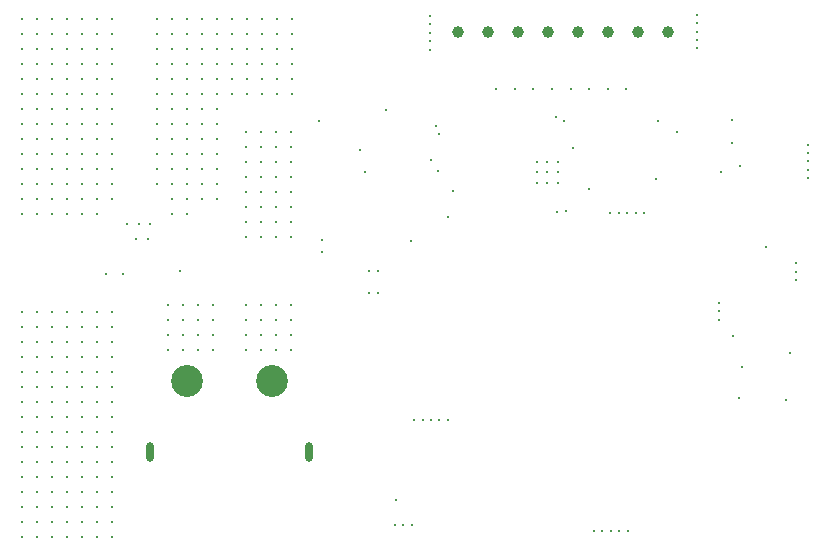
<source format=gbr>
%TF.GenerationSoftware,KiCad,Pcbnew,7.0.5*%
%TF.CreationDate,2023-06-27T23:48:36+08:00*%
%TF.ProjectId,BQ40Z80,42513430-5a38-4302-9e6b-696361645f70,rev?*%
%TF.SameCoordinates,Original*%
%TF.FileFunction,Plated,1,4,PTH,Mixed*%
%TF.FilePolarity,Positive*%
%FSLAX46Y46*%
G04 Gerber Fmt 4.6, Leading zero omitted, Abs format (unit mm)*
G04 Created by KiCad (PCBNEW 7.0.5) date 2023-06-27 23:48:36*
%MOMM*%
%LPD*%
G01*
G04 APERTURE LIST*
%TA.AperFunction,ViaDrill*%
%ADD10C,0.300000*%
%TD*%
G04 aperture for slot hole*
%TA.AperFunction,ComponentDrill*%
%ADD11O,0.600000X1.700000*%
%TD*%
%TA.AperFunction,ComponentDrill*%
%ADD12C,1.000000*%
%TD*%
%TA.AperFunction,ComponentDrill*%
%ADD13C,2.700000*%
%TD*%
G04 APERTURE END LIST*
D10*
X101219000Y-125857000D03*
X101219000Y-127127000D03*
X101219000Y-128397000D03*
X101219000Y-129667000D03*
X101219000Y-130937000D03*
X101219000Y-132207000D03*
X101219000Y-133477000D03*
X101219000Y-134747000D03*
X101219000Y-136017000D03*
X101219000Y-137287000D03*
X101219000Y-138557000D03*
X101219000Y-139827000D03*
X101219000Y-141097000D03*
X101219000Y-142367000D03*
X101219000Y-143637000D03*
X101219000Y-144907000D03*
X101295200Y-101041200D03*
X101295200Y-102311200D03*
X101295200Y-103581200D03*
X101295200Y-104851200D03*
X101295200Y-106121200D03*
X101295200Y-107391200D03*
X101295200Y-108661200D03*
X101295200Y-109931200D03*
X101295200Y-111201200D03*
X101295200Y-112471200D03*
X101295200Y-113741200D03*
X101295200Y-115011200D03*
X101295200Y-116281200D03*
X101295200Y-117551200D03*
X102489000Y-125857000D03*
X102489000Y-127127000D03*
X102489000Y-128397000D03*
X102489000Y-129667000D03*
X102489000Y-130937000D03*
X102489000Y-132207000D03*
X102489000Y-133477000D03*
X102489000Y-134747000D03*
X102489000Y-136017000D03*
X102489000Y-137287000D03*
X102489000Y-138557000D03*
X102489000Y-139827000D03*
X102489000Y-141097000D03*
X102489000Y-142367000D03*
X102489000Y-143637000D03*
X102489000Y-144907000D03*
X102565200Y-101041200D03*
X102565200Y-102311200D03*
X102565200Y-103581200D03*
X102565200Y-104851200D03*
X102565200Y-106121200D03*
X102565200Y-107391200D03*
X102565200Y-108661200D03*
X102565200Y-109931200D03*
X102565200Y-111201200D03*
X102565200Y-112471200D03*
X102565200Y-113741200D03*
X102565200Y-115011200D03*
X102565200Y-116281200D03*
X102565200Y-117551200D03*
X103759000Y-125857000D03*
X103759000Y-127127000D03*
X103759000Y-128397000D03*
X103759000Y-129667000D03*
X103759000Y-130937000D03*
X103759000Y-132207000D03*
X103759000Y-133477000D03*
X103759000Y-134747000D03*
X103759000Y-136017000D03*
X103759000Y-137287000D03*
X103759000Y-138557000D03*
X103759000Y-139827000D03*
X103759000Y-141097000D03*
X103759000Y-142367000D03*
X103759000Y-143637000D03*
X103759000Y-144907000D03*
X103835200Y-101041200D03*
X103835200Y-102311200D03*
X103835200Y-103581200D03*
X103835200Y-104851200D03*
X103835200Y-106121200D03*
X103835200Y-107391200D03*
X103835200Y-108661200D03*
X103835200Y-109931200D03*
X103835200Y-111201200D03*
X103835200Y-112471200D03*
X103835200Y-113741200D03*
X103835200Y-115011200D03*
X103835200Y-116281200D03*
X103835200Y-117551200D03*
X105029000Y-125857000D03*
X105029000Y-127127000D03*
X105029000Y-128397000D03*
X105029000Y-129667000D03*
X105029000Y-130937000D03*
X105029000Y-132207000D03*
X105029000Y-133477000D03*
X105029000Y-134747000D03*
X105029000Y-136017000D03*
X105029000Y-137287000D03*
X105029000Y-138557000D03*
X105029000Y-139827000D03*
X105029000Y-141097000D03*
X105029000Y-142367000D03*
X105029000Y-143637000D03*
X105029000Y-144907000D03*
X105105200Y-101041200D03*
X105105200Y-102311200D03*
X105105200Y-103581200D03*
X105105200Y-104851200D03*
X105105200Y-106121200D03*
X105105200Y-107391200D03*
X105105200Y-108661200D03*
X105105200Y-109931200D03*
X105105200Y-111201200D03*
X105105200Y-112471200D03*
X105105200Y-113741200D03*
X105105200Y-115011200D03*
X105105200Y-116281200D03*
X105105200Y-117551200D03*
X106299000Y-125857000D03*
X106299000Y-127127000D03*
X106299000Y-128397000D03*
X106299000Y-129667000D03*
X106299000Y-130937000D03*
X106299000Y-132207000D03*
X106299000Y-133477000D03*
X106299000Y-134747000D03*
X106299000Y-136017000D03*
X106299000Y-137287000D03*
X106299000Y-138557000D03*
X106299000Y-139827000D03*
X106299000Y-141097000D03*
X106299000Y-142367000D03*
X106299000Y-143637000D03*
X106299000Y-144907000D03*
X106375200Y-101041200D03*
X106375200Y-102311200D03*
X106375200Y-103581200D03*
X106375200Y-104851200D03*
X106375200Y-106121200D03*
X106375200Y-107391200D03*
X106375200Y-108661200D03*
X106375200Y-109931200D03*
X106375200Y-111201200D03*
X106375200Y-112471200D03*
X106375200Y-113741200D03*
X106375200Y-115011200D03*
X106375200Y-116281200D03*
X106375200Y-117551200D03*
X107569000Y-125857000D03*
X107569000Y-127127000D03*
X107569000Y-128397000D03*
X107569000Y-129667000D03*
X107569000Y-130937000D03*
X107569000Y-132207000D03*
X107569000Y-133477000D03*
X107569000Y-134747000D03*
X107569000Y-136017000D03*
X107569000Y-137287000D03*
X107569000Y-138557000D03*
X107569000Y-139827000D03*
X107569000Y-141097000D03*
X107569000Y-142367000D03*
X107569000Y-143637000D03*
X107569000Y-144907000D03*
X107645200Y-101041200D03*
X107645200Y-102311200D03*
X107645200Y-103581200D03*
X107645200Y-104851200D03*
X107645200Y-106121200D03*
X107645200Y-107391200D03*
X107645200Y-108661200D03*
X107645200Y-109931200D03*
X107645200Y-111201200D03*
X107645200Y-112471200D03*
X107645200Y-113741200D03*
X107645200Y-115011200D03*
X107645200Y-116281200D03*
X107645200Y-117551200D03*
X108331000Y-122631200D03*
X108839000Y-125857000D03*
X108839000Y-127127000D03*
X108839000Y-128397000D03*
X108839000Y-129667000D03*
X108839000Y-130937000D03*
X108839000Y-132207000D03*
X108839000Y-133477000D03*
X108839000Y-134747000D03*
X108839000Y-136017000D03*
X108839000Y-137287000D03*
X108839000Y-138557000D03*
X108839000Y-139827000D03*
X108839000Y-141097000D03*
X108839000Y-142367000D03*
X108839000Y-143637000D03*
X108839000Y-144907000D03*
X108915200Y-101041200D03*
X108915200Y-102311200D03*
X108915200Y-103581200D03*
X108915200Y-104851200D03*
X108915200Y-106121200D03*
X108915200Y-107391200D03*
X108915200Y-108661200D03*
X108915200Y-109931200D03*
X108915200Y-111201200D03*
X108915200Y-112471200D03*
X108915200Y-113741200D03*
X108915200Y-115011200D03*
X108915200Y-116281200D03*
X109778800Y-122605800D03*
X110159800Y-118414800D03*
X110921800Y-119634000D03*
X111150400Y-118414800D03*
X111887000Y-119634000D03*
X112115600Y-118414800D03*
X112674400Y-101041200D03*
X112674400Y-102311200D03*
X112674400Y-103581200D03*
X112674400Y-104851200D03*
X112674400Y-106121200D03*
X112674400Y-107391200D03*
X112674400Y-108661200D03*
X112674400Y-109931200D03*
X112674400Y-111201200D03*
X112674400Y-112471200D03*
X112674400Y-113741200D03*
X112674400Y-115011200D03*
X113588800Y-125272800D03*
X113588800Y-126542800D03*
X113588800Y-127812800D03*
X113588800Y-129082800D03*
X113944400Y-101041200D03*
X113944400Y-102311200D03*
X113944400Y-103581200D03*
X113944400Y-104851200D03*
X113944400Y-106121200D03*
X113944400Y-107391200D03*
X113944400Y-108661200D03*
X113944400Y-109931200D03*
X113944400Y-111201200D03*
X113944400Y-112471200D03*
X113944400Y-113741200D03*
X113944400Y-115011200D03*
X113944400Y-116281200D03*
X113944400Y-117551200D03*
X114604800Y-122402600D03*
X114858800Y-125272800D03*
X114858800Y-126542800D03*
X114858800Y-127812800D03*
X114858800Y-129082800D03*
X115214400Y-101041200D03*
X115214400Y-102311200D03*
X115214400Y-103581200D03*
X115214400Y-104851200D03*
X115214400Y-106121200D03*
X115214400Y-107391200D03*
X115214400Y-108661200D03*
X115214400Y-109931200D03*
X115214400Y-111201200D03*
X115214400Y-112471200D03*
X115214400Y-113741200D03*
X115214400Y-115011200D03*
X115214400Y-116281200D03*
X115214400Y-117551200D03*
X116128800Y-125272800D03*
X116128800Y-126542800D03*
X116128800Y-127812800D03*
X116128800Y-129082800D03*
X116484400Y-101041200D03*
X116484400Y-102311200D03*
X116484400Y-103581200D03*
X116484400Y-104851200D03*
X116484400Y-106121200D03*
X116484400Y-107391200D03*
X116484400Y-108661200D03*
X116484400Y-109931200D03*
X116484400Y-111201200D03*
X116484400Y-112471200D03*
X116484400Y-113741200D03*
X116484400Y-115011200D03*
X116484400Y-116281200D03*
X117398800Y-125272800D03*
X117398800Y-126542800D03*
X117398800Y-127812800D03*
X117398800Y-129082800D03*
X117754400Y-101041200D03*
X117754400Y-102311200D03*
X117754400Y-103581200D03*
X117754400Y-104851200D03*
X117754400Y-106121200D03*
X117754400Y-107391200D03*
X117754400Y-108661200D03*
X117754400Y-109931200D03*
X117754400Y-111201200D03*
X117754400Y-112471200D03*
X117754400Y-113741200D03*
X117754400Y-115011200D03*
X117754400Y-116281200D03*
X119024400Y-101041200D03*
X119024400Y-102311200D03*
X119024400Y-103581200D03*
X119024400Y-104851200D03*
X119024400Y-106121200D03*
X119024400Y-107391200D03*
X120243600Y-110642400D03*
X120243600Y-111912400D03*
X120243600Y-113182400D03*
X120243600Y-114452400D03*
X120243600Y-115722400D03*
X120243600Y-116992400D03*
X120243600Y-118262400D03*
X120243600Y-119532400D03*
X120243600Y-125272800D03*
X120243600Y-126542800D03*
X120243600Y-127812800D03*
X120243600Y-129082800D03*
X120294400Y-101041200D03*
X120294400Y-102311200D03*
X120294400Y-103581200D03*
X120294400Y-104851200D03*
X120294400Y-106121200D03*
X120294400Y-107391200D03*
X121513600Y-110642400D03*
X121513600Y-111912400D03*
X121513600Y-113182400D03*
X121513600Y-114452400D03*
X121513600Y-115722400D03*
X121513600Y-116992400D03*
X121513600Y-118262400D03*
X121513600Y-119532400D03*
X121513600Y-125272800D03*
X121513600Y-126542800D03*
X121513600Y-127812800D03*
X121513600Y-129082800D03*
X121564400Y-101041200D03*
X121564400Y-102311200D03*
X121564400Y-103581200D03*
X121564400Y-104851200D03*
X121564400Y-106121200D03*
X121564400Y-107391200D03*
X122783600Y-110642400D03*
X122783600Y-111912400D03*
X122783600Y-113182400D03*
X122783600Y-114452400D03*
X122783600Y-115722400D03*
X122783600Y-116992400D03*
X122783600Y-118262400D03*
X122783600Y-119532400D03*
X122783600Y-125272800D03*
X122783600Y-126542800D03*
X122783600Y-127812800D03*
X122783600Y-129082800D03*
X122834400Y-101041200D03*
X122834400Y-102311200D03*
X122834400Y-103581200D03*
X122834400Y-104851200D03*
X122834400Y-106121200D03*
X122834400Y-107391200D03*
X124053600Y-110642400D03*
X124053600Y-111912400D03*
X124053600Y-113182400D03*
X124053600Y-114452400D03*
X124053600Y-115722400D03*
X124053600Y-116992400D03*
X124053600Y-118262400D03*
X124053600Y-119532400D03*
X124053600Y-125272800D03*
X124053600Y-126542800D03*
X124053600Y-127812800D03*
X124053600Y-129082800D03*
X124104400Y-101041200D03*
X124104400Y-102311200D03*
X124104400Y-103581200D03*
X124104400Y-104851200D03*
X124104400Y-106121200D03*
X124104400Y-107391200D03*
X126441200Y-109651800D03*
X126691947Y-120780637D03*
X126695200Y-119735600D03*
X129895600Y-112115600D03*
X130276600Y-113969800D03*
X130632200Y-122351800D03*
X130632200Y-124282200D03*
X131419600Y-122351800D03*
X131419600Y-124282200D03*
X132054600Y-108788200D03*
X132816600Y-143865600D03*
X132918200Y-141732000D03*
X133527800Y-143865600D03*
X134213600Y-119862600D03*
X134239000Y-143865600D03*
X134467600Y-134975600D03*
X135178800Y-134975600D03*
X135813800Y-100787200D03*
X135813800Y-101498400D03*
X135813800Y-102209600D03*
X135813800Y-102920800D03*
X135813800Y-103632000D03*
X135890000Y-134975600D03*
X135930100Y-112953800D03*
X136296400Y-110068900D03*
X136499600Y-113919000D03*
X136525000Y-110820200D03*
X136601200Y-134975600D03*
X137312400Y-117779800D03*
X137312400Y-134975600D03*
X137744200Y-115646200D03*
X141401800Y-106981500D03*
X142976600Y-106981500D03*
X144551400Y-106981500D03*
X144855800Y-113131200D03*
X144855800Y-114020200D03*
X144855800Y-114909200D03*
X145744800Y-113131200D03*
X145744800Y-114020200D03*
X145744800Y-114909200D03*
X146126200Y-106981500D03*
X146431596Y-109382184D03*
X146514300Y-117373400D03*
X146633800Y-113131200D03*
X146633800Y-114020200D03*
X146633800Y-114909200D03*
X147142200Y-109702600D03*
X147352100Y-117341300D03*
X147701000Y-106969300D03*
X147904200Y-111963200D03*
X149275800Y-106994700D03*
X149275800Y-115417600D03*
X149682200Y-144373600D03*
X150393400Y-144373600D03*
X150850600Y-107007900D03*
X151079200Y-117500400D03*
X151104600Y-144373600D03*
X151790400Y-117500400D03*
X151815800Y-144373600D03*
X152425400Y-107007900D03*
X152501600Y-117500400D03*
X152527000Y-144373600D03*
X153212800Y-117500400D03*
X153924000Y-117500400D03*
X154965400Y-114579400D03*
X155092400Y-109702600D03*
X156712223Y-110584360D03*
X158419800Y-100685600D03*
X158419800Y-101396800D03*
X158419800Y-102108000D03*
X158419800Y-102819200D03*
X158419800Y-103530400D03*
X160274000Y-125069600D03*
X160274000Y-125780800D03*
X160274000Y-126492000D03*
X160477200Y-114020600D03*
X161366200Y-109626400D03*
X161391600Y-111556800D03*
X161442400Y-127889000D03*
X162001200Y-133146800D03*
X162052000Y-113487200D03*
X162179000Y-130479800D03*
X164261800Y-120345200D03*
X165912800Y-133324600D03*
X166319200Y-129336800D03*
X166827200Y-121716800D03*
X166827200Y-122428000D03*
X166827200Y-123139200D03*
X167792400Y-111683800D03*
X167792400Y-112395000D03*
X167792400Y-113106200D03*
X167792400Y-113817400D03*
X167792400Y-114528600D03*
D11*
%TO.C,J5*%
X112096600Y-137729200D03*
X125596600Y-137729200D03*
D12*
%TO.C,J4*%
X138201400Y-102108000D03*
X140741400Y-102108000D03*
X143281400Y-102108000D03*
X145821400Y-102108000D03*
X148361400Y-102108000D03*
X150901400Y-102108000D03*
X153441400Y-102108000D03*
X155981400Y-102108000D03*
D13*
%TO.C,J5*%
X115246600Y-131729200D03*
X122446600Y-131729200D03*
M02*

</source>
